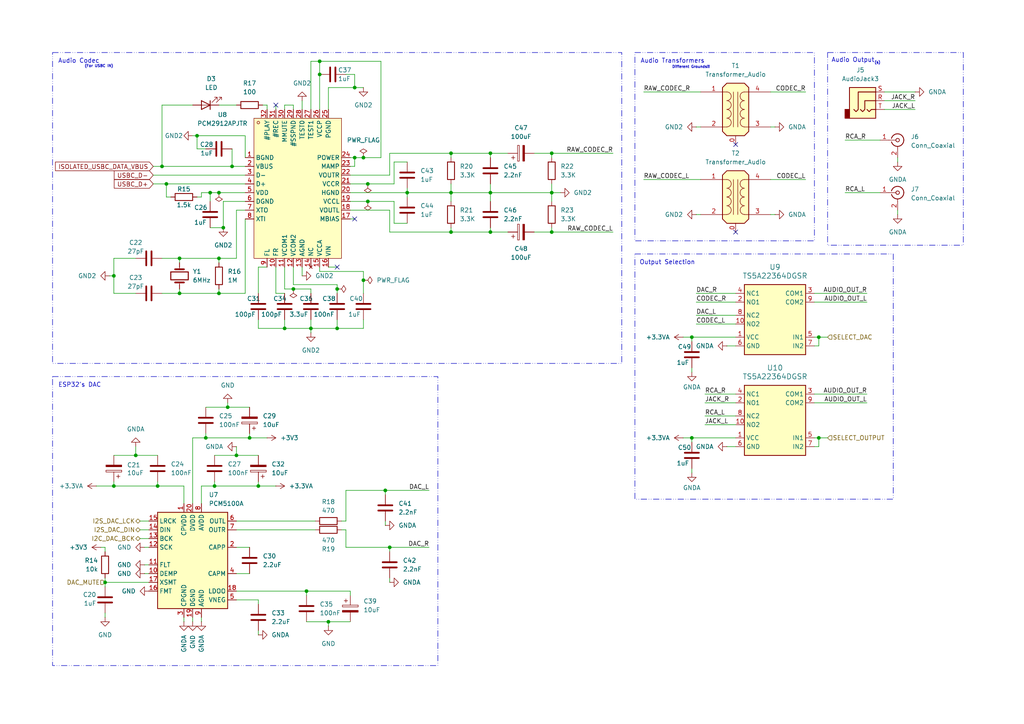
<source format=kicad_sch>
(kicad_sch (version 20250114) (generator "eeschema") (generator_version "9.0")
  (paper "A4")
  (title_block (title "echowawa Audio") (date "2025-07-27") (rev "v1") (company "moonbeeper"))
  (rectangle (start 184.15 73.66) (end 259.08 144.78) (stroke (width 0) (type dash_dot_dot)))
  (rectangle (start 15.24 109.22) (end 127 193.04) (stroke (width 0) (type dash_dot_dot)))
  (rectangle (start 240.03 15.24) (end 279.4 71.12) (stroke (width 0) (type dash_dot_dot)))
  (rectangle (start 184.15 15.24) (end 236.22 69.85) (stroke (width 0) (type dash_dot_dot)))
  (rectangle (start 15.24 15.24) (end 180.34 105.41) (stroke (width 0) (type dash_dot_dot)))
  (text "Output Selection" (at 193.548 76.2 0) (effects (font (size 1.27 1.27))))
  (text "Audio Codec" (at 22.86 17.78 0) (effects (font (size 1.27 1.27))))
  (text "ESP32's DAC" (at 23.114 111.76 0) (effects (font (size 1.27 1.27))))
  (text "Audio Transformers" (at 195.072 17.78 0) (effects (font (size 1.27 1.27))))
  (text "(s)" (at 254.508 18.288 0) (effects (font (size 0.762 0.762))))
  (text "Different Grounds!!" (at 200.406 19.558 0) (effects (font (size 0.762 0.762))))
  (text "(For USBC IN)" (at 28.702 19.304 0) (effects (font (size 0.762 0.762))))
  (text "Audio Output" (at 247.396 17.526 0) (effects (font (size 1.27 1.27))))
  (junction (at 102.87 25.4))
  (junction (at 102.87 45.72))
  (junction (at 62.23 140.97))
  (junction (at 33.02 80.01))
  (junction (at 97.79 95.25))
  (junction (at 142.24 44.45))
  (junction (at 160.02 67.31))
  (junction (at 130.81 55.88))
  (junction (at 72.39 127))
  (junction (at 66.04 118.11))
  (junction (at 30.48 168.91))
  (junction (at 142.24 55.88))
  (junction (at 105.41 81.28))
  (junction (at 105.41 45.72))
  (junction (at 63.5 74.93))
  (junction (at 142.24 67.31))
  (junction (at 52.07 85.09))
  (junction (at 130.81 67.31))
  (junction (at 59.69 127))
  (junction (at 200.66 97.79))
  (junction (at 90.17 95.25))
  (junction (at 92.71 21.59))
  (junction (at 237.49 97.79))
  (junction (at 200.66 127))
  (junction (at 130.81 44.45))
  (junction (at 88.9 171.45))
  (junction (at 82.55 95.25))
  (junction (at 63.5 85.09))
  (junction (at 46.99 48.26))
  (junction (at 97.79 83.82))
  (junction (at 237.49 127))
  (junction (at 74.93 140.97))
  (junction (at 64.77 66.04))
  (junction (at 106.68 58.42))
  (junction (at 85.09 83.82))
  (junction (at 67.31 48.26))
  (junction (at 52.07 74.93))
  (junction (at 92.71 17.78))
  (junction (at 63.5 55.88))
  (junction (at 60.96 55.88))
  (junction (at 160.02 55.88))
  (junction (at 106.68 53.34))
  (junction (at 68.58 132.08))
  (junction (at 95.25 180.34))
  (junction (at 33.02 140.97))
  (junction (at 48.26 53.34))
  (junction (at 111.76 142.24))
  (junction (at 57.15 39.37))
  (junction (at 39.37 132.08))
  (junction (at 160.02 44.45))
  (junction (at 113.03 158.75))
  (junction (at 45.72 140.97))
  (junction (at 118.11 55.88))
  (no_connect (at 102.87 63.5))
  (no_connect (at 80.01 30.48))
  (no_connect (at 213.36 67.31))
  (no_connect (at 97.79 77.47))
  (no_connect (at 213.36 41.91))
  (wire (pts (xy 111.76 152.4) (xy 111.76 151.13)))
  (wire (pts (xy 33.02 132.08) (xy 39.37 132.08)))
  (wire (pts (xy 85.09 31.75) (xy 85.09 30.48)))
  (wire (pts (xy 251.46 85.09) (xy 236.22 85.09)))
  (wire (pts (xy 41.91 158.75) (xy 43.18 158.75)))
  (wire (pts (xy 130.81 67.31) (xy 130.81 66.04)))
  (wire (pts (xy 224.79 62.23) (xy 223.52 62.23)))
  (wire (pts (xy 60.96 66.04) (xy 64.77 66.04)))
  (wire (pts (xy 58.42 140.97) (xy 58.42 146.05)))
  (wire (pts (xy 260.35 46.99) (xy 260.35 45.72)))
  (wire (pts (xy 74.93 85.09) (xy 74.93 77.47)))
  (wire (pts (xy 49.53 57.15) (xy 48.26 57.15)))
  (wire (pts (xy 245.11 55.88) (xy 255.27 55.88)))
  (wire (pts (xy 63.5 85.09) (xy 63.5 83.82)))
  (wire (pts (xy 160.02 44.45) (xy 160.02 45.72)))
  (wire (pts (xy 82.55 85.09) (xy 80.01 85.09)))
  (wire (pts (xy 130.81 55.88) (xy 130.81 58.42)))
  (wire (pts (xy 88.9 171.45) (xy 68.58 171.45)))
  (wire (pts (xy 58.42 57.15) (xy 58.42 55.88)))
  (wire (pts (xy 105.41 95.25) (xy 105.41 92.71)))
  (wire (pts (xy 55.88 30.48) (xy 46.99 30.48)))
  (wire (pts (xy 66.04 116.84) (xy 66.04 118.11)))
  (wire (pts (xy 87.63 29.21) (xy 87.63 31.75)))
  (wire (pts (xy 82.55 83.82) (xy 82.55 77.47)))
  (wire (pts (xy 82.55 83.82) (xy 85.09 83.82)))
  (wire (pts (xy 74.93 139.7) (xy 74.93 140.97)))
  (wire (pts (xy 200.66 99.06) (xy 200.66 97.79)))
  (wire (pts (xy 102.87 63.5) (xy 101.6 63.5)))
  (wire (pts (xy 52.07 74.93) (xy 52.07 76.2)))
  (wire (pts (xy 160.02 67.31) (xy 160.02 66.04)))
  (wire (pts (xy 95.25 180.34) (xy 95.25 181.61)))
  (wire (pts (xy 201.93 62.23) (xy 203.2 62.23)))
  (wire (pts (xy 55.88 127) (xy 59.69 127)))
  (wire (pts (xy 57.15 39.37) (xy 57.15 43.18)))
  (wire (pts (xy 68.58 74.93) (xy 68.58 60.96)))
  (wire (pts (xy 46.99 85.09) (xy 52.07 85.09)))
  (wire (pts (xy 210.82 100.33) (xy 213.36 100.33)))
  (wire (pts (xy 77.47 127) (xy 72.39 127)))
  (wire (pts (xy 114.3 46.99) (xy 118.11 46.99)))
  (wire (pts (xy 106.68 58.42) (xy 114.3 58.42)))
  (wire (pts (xy 118.11 55.88) (xy 118.11 57.15)))
  (wire (pts (xy 100.33 151.13) (xy 100.33 142.24)))
  (wire (pts (xy 80.01 30.48) (xy 80.01 31.75)))
  (wire (pts (xy 201.93 93.98) (xy 213.36 93.98)))
  (wire (pts (xy 105.41 85.09) (xy 105.41 81.28)))
  (wire (pts (xy 101.6 60.96) (xy 113.03 60.96)))
  (wire (pts (xy 198.12 97.79) (xy 200.66 97.79)))
  (wire (pts (xy 45.72 139.7) (xy 45.72 140.97)))
  (wire (pts (xy 99.06 151.13) (xy 100.33 151.13)))
  (wire (pts (xy 33.02 74.93) (xy 33.02 80.01)))
  (wire (pts (xy 46.99 48.26) (xy 67.31 48.26)))
  (wire (pts (xy 200.66 107.95) (xy 200.66 106.68)))
  (wire (pts (xy 101.6 172.72) (xy 101.6 171.45)))
  (wire (pts (xy 90.17 92.71) (xy 90.17 95.25)))
  (wire (pts (xy 237.49 97.79) (xy 236.22 97.79)))
  (wire (pts (xy 44.45 48.26) (xy 46.99 48.26)))
  (wire (pts (xy 251.46 116.84) (xy 236.22 116.84)))
  (wire (pts (xy 101.6 58.42) (xy 106.68 58.42)))
  (wire (pts (xy 52.07 85.09) (xy 63.5 85.09)))
  (wire (pts (xy 160.02 55.88) (xy 160.02 58.42)))
  (wire (pts (xy 105.41 25.4) (xy 102.87 25.4)))
  (wire (pts (xy 236.22 100.33) (xy 237.49 100.33)))
  (wire (pts (xy 100.33 158.75) (xy 113.03 158.75)))
  (wire (pts (xy 80.01 85.09) (xy 80.01 77.47)))
  (wire (pts (xy 57.15 43.18) (xy 59.69 43.18)))
  (wire (pts (xy 39.37 129.54) (xy 39.37 132.08)))
  (wire (pts (xy 30.48 168.91) (xy 43.18 168.91)))
  (wire (pts (xy 113.03 50.8) (xy 101.6 50.8)))
  (wire (pts (xy 204.47 114.3) (xy 213.36 114.3)))
  (wire (pts (xy 130.81 67.31) (xy 142.24 67.31)))
  (wire (pts (xy 201.93 36.83) (xy 203.2 36.83)))
  (wire (pts (xy 113.03 167.64) (xy 113.03 168.91)))
  (wire (pts (xy 110.49 17.78) (xy 110.49 45.72)))
  (wire (pts (xy 97.79 82.55) (xy 97.79 83.82)))
  (wire (pts (xy 62.23 140.97) (xy 74.93 140.97)))
  (wire (pts (xy 63.5 74.93) (xy 68.58 74.93)))
  (wire (pts (xy 46.99 30.48) (xy 46.99 48.26)))
  (wire (pts (xy 48.26 53.34) (xy 71.12 53.34)))
  (wire (pts (xy 113.03 158.75) (xy 124.46 158.75)))
  (wire (pts (xy 102.87 21.59) (xy 102.87 25.4)))
  (wire (pts (xy 60.96 55.88) (xy 63.5 55.88)))
  (wire (pts (xy 52.07 74.93) (xy 63.5 74.93)))
  (wire (pts (xy 102.87 45.72) (xy 101.6 45.72)))
  (wire (pts (xy 233.68 52.07) (xy 223.52 52.07)))
  (wire (pts (xy 245.11 40.64) (xy 255.27 40.64)))
  (wire (pts (xy 90.17 17.78) (xy 92.71 17.78)))
  (wire (pts (xy 201.93 91.44) (xy 213.36 91.44)))
  (wire (pts (xy 97.79 83.82) (xy 97.79 85.09)))
  (wire (pts (xy 97.79 77.47) (xy 95.25 77.47)))
  (wire (pts (xy 118.11 54.61) (xy 118.11 55.88)))
  (wire (pts (xy 74.93 184.15) (xy 74.93 182.88)))
  (wire (pts (xy 204.47 120.65) (xy 213.36 120.65)))
  (wire (pts (xy 57.15 39.37) (xy 55.88 39.37)))
  (wire (pts (xy 41.91 163.83) (xy 43.18 163.83)))
  (wire (pts (xy 62.23 132.08) (xy 68.58 132.08)))
  (wire (pts (xy 67.31 43.18) (xy 67.31 48.26)))
  (wire (pts (xy 72.39 125.73) (xy 72.39 127)))
  (wire (pts (xy 85.09 83.82) (xy 90.17 83.82)))
  (wire (pts (xy 87.63 80.01) (xy 87.63 77.47)))
  (wire (pts (xy 40.64 151.13) (xy 43.18 151.13)))
  (wire (pts (xy 114.3 53.34) (xy 114.3 46.99)))
  (wire (pts (xy 90.17 85.09) (xy 90.17 83.82)))
  (wire (pts (xy 240.03 127) (xy 237.49 127)))
  (wire (pts (xy 88.9 172.72) (xy 88.9 171.45)))
  (wire (pts (xy 198.12 127) (xy 200.66 127)))
  (wire (pts (xy 59.69 118.11) (xy 66.04 118.11)))
  (wire (pts (xy 265.43 31.75) (xy 256.54 31.75)))
  (wire (pts (xy 71.12 85.09) (xy 63.5 85.09)))
  (wire (pts (xy 95.25 180.34) (xy 101.6 180.34)))
  (wire (pts (xy 186.69 52.07) (xy 203.2 52.07)))
  (wire (pts (xy 53.34 140.97) (xy 53.34 146.05)))
  (wire (pts (xy 101.6 53.34) (xy 106.68 53.34)))
  (wire (pts (xy 52.07 85.09) (xy 52.07 83.82)))
  (wire (pts (xy 74.93 92.71) (xy 74.93 95.25)))
  (wire (pts (xy 95.25 25.4) (xy 95.25 31.75)))
  (wire (pts (xy 30.48 167.64) (xy 30.48 168.91)))
  (wire (pts (xy 100.33 142.24) (xy 111.76 142.24)))
  (wire (pts (xy 237.49 129.54) (xy 237.49 127)))
  (wire (pts (xy 113.03 158.75) (xy 113.03 160.02)))
  (wire (pts (xy 41.91 166.37) (xy 43.18 166.37)))
  (wire (pts (xy 130.81 44.45) (xy 142.24 44.45)))
  (wire (pts (xy 74.93 173.99) (xy 74.93 175.26)))
  (wire (pts (xy 85.09 77.47) (xy 85.09 82.55)))
  (wire (pts (xy 105.41 45.72) (xy 102.87 45.72)))
  (wire (pts (xy 101.6 48.26) (xy 102.87 48.26)))
  (wire (pts (xy 142.24 45.72) (xy 142.24 44.45)))
  (wire (pts (xy 142.24 53.34) (xy 142.24 55.88)))
  (wire (pts (xy 90.17 96.52) (xy 90.17 95.25)))
  (wire (pts (xy 30.48 158.75) (xy 30.48 160.02)))
  (wire (pts (xy 130.81 53.34) (xy 130.81 55.88)))
  (wire (pts (xy 74.93 95.25) (xy 82.55 95.25)))
  (wire (pts (xy 204.47 123.19) (xy 213.36 123.19)))
  (wire (pts (xy 142.24 67.31) (xy 147.32 67.31)))
  (wire (pts (xy 33.02 85.09) (xy 39.37 85.09)))
  (wire (pts (xy 63.5 74.93) (xy 63.5 76.2)))
  (wire (pts (xy 154.94 44.45) (xy 160.02 44.45)))
  (wire (pts (xy 71.12 39.37) (xy 71.12 45.72)))
  (wire (pts (xy 186.69 26.67) (xy 203.2 26.67)))
  (wire (pts (xy 200.66 128.27) (xy 200.66 127)))
  (wire (pts (xy 147.32 44.45) (xy 142.24 44.45)))
  (wire (pts (xy 45.72 140.97) (xy 53.34 140.97)))
  (wire (pts (xy 142.24 66.04) (xy 142.24 67.31)))
  (wire (pts (xy 27.94 140.97) (xy 33.02 140.97)))
  (wire (pts (xy 48.26 57.15) (xy 48.26 53.34)))
  (wire (pts (xy 237.49 100.33) (xy 237.49 97.79)))
  (wire (pts (xy 44.45 50.8) (xy 71.12 50.8)))
  (wire (pts (xy 39.37 132.08) (xy 45.72 132.08)))
  (wire (pts (xy 68.58 129.54) (xy 68.58 132.08)))
  (wire (pts (xy 64.77 58.42) (xy 71.12 58.42)))
  (wire (pts (xy 33.02 139.7) (xy 33.02 140.97)))
  (wire (pts (xy 99.06 153.67) (xy 100.33 153.67)))
  (wire (pts (xy 82.55 30.48) (xy 82.55 31.75)))
  (wire (pts (xy 66.04 118.11) (xy 72.39 118.11)))
  (wire (pts (xy 68.58 132.08) (xy 74.93 132.08)))
  (wire (pts (xy 53.34 180.34) (xy 53.34 179.07)))
  (wire (pts (xy 97.79 95.25) (xy 105.41 95.25)))
  (wire (pts (xy 110.49 45.72) (xy 105.41 45.72)))
  (wire (pts (xy 92.71 17.78) (xy 110.49 17.78)))
  (wire (pts (xy 68.58 158.75) (xy 72.39 158.75)))
  (wire (pts (xy 68.58 166.37) (xy 72.39 166.37)))
  (wire (pts (xy 237.49 127) (xy 236.22 127)))
  (wire (pts (xy 57.15 39.37) (xy 71.12 39.37)))
  (wire (pts (xy 55.88 127) (xy 55.88 146.05)))
  (wire (pts (xy 68.58 173.99) (xy 74.93 173.99)))
  (wire (pts (xy 64.77 66.04) (xy 64.77 58.42)))
  (wire (pts (xy 90.17 17.78) (xy 90.17 31.75)))
  (wire (pts (xy 142.24 55.88) (xy 142.24 58.42)))
  (wire (pts (xy 60.96 55.88) (xy 60.96 58.42)))
  (wire (pts (xy 67.31 48.26) (xy 71.12 48.26)))
  (wire (pts (xy 111.76 142.24) (xy 124.46 142.24)))
  (wire (pts (xy 160.02 44.45) (xy 177.8 44.45)))
  (wire (pts (xy 39.37 74.93) (xy 33.02 74.93)))
  (wire (pts (xy 130.81 44.45) (xy 113.03 44.45)))
  (wire (pts (xy 114.3 64.77) (xy 118.11 64.77)))
  (wire (pts (xy 236.22 129.54) (xy 237.49 129.54)))
  (wire (pts (xy 102.87 48.26) (xy 102.87 45.72)))
  (wire (pts (xy 114.3 58.42) (xy 114.3 64.77)))
  (wire (pts (xy 210.82 129.54) (xy 213.36 129.54)))
  (wire (pts (xy 40.64 153.67) (xy 43.18 153.67)))
  (wire (pts (xy 62.23 139.7) (xy 62.23 140.97)))
  (wire (pts (xy 68.58 153.67) (xy 91.44 153.67)))
  (wire (pts (xy 160.02 67.31) (xy 177.8 67.31)))
  (wire (pts (xy 40.64 156.21) (xy 43.18 156.21)))
  (wire (pts (xy 101.6 55.88) (xy 118.11 55.88)))
  (wire (pts (xy 92.71 21.59) (xy 92.71 31.75)))
  (wire (pts (xy 44.45 53.34) (xy 48.26 53.34)))
  (wire (pts (xy 92.71 17.78) (xy 92.71 21.59)))
  (wire (pts (xy 201.93 85.09) (xy 213.36 85.09)))
  (wire (pts (xy 142.24 55.88) (xy 160.02 55.88)))
  (wire (pts (xy 95.25 25.4) (xy 102.87 25.4)))
  (wire (pts (xy 200.66 127) (xy 213.36 127)))
  (wire (pts (xy 85.09 30.48) (xy 82.55 30.48)))
  (wire (pts (xy 111.76 142.24) (xy 111.76 143.51)))
  (wire (pts (xy 113.03 44.45) (xy 113.03 50.8)))
  (wire (pts (xy 97.79 92.71) (xy 97.79 95.25)))
  (wire (pts (xy 58.42 180.34) (xy 58.42 179.07)))
  (wire (pts (xy 82.55 95.25) (xy 90.17 95.25)))
  (wire (pts (xy 92.71 78.74) (xy 92.71 77.47)))
  (wire (pts (xy 58.42 140.97) (xy 62.23 140.97)))
  (wire (pts (xy 130.81 44.45) (xy 130.81 45.72)))
  (wire (pts (xy 260.35 62.23) (xy 260.35 60.96)))
  (wire (pts (xy 113.03 67.31) (xy 130.81 67.31)))
  (wire (pts (xy 118.11 55.88) (xy 130.81 55.88)))
  (wire (pts (xy 200.66 137.16) (xy 200.66 135.89)))
  (wire (pts (xy 33.02 140.97) (xy 45.72 140.97)))
  (wire (pts (xy 31.75 80.01) (xy 33.02 80.01)))
  (wire (pts (xy 251.46 114.3) (xy 236.22 114.3)))
  (wire (pts (xy 204.47 116.84) (xy 213.36 116.84)))
  (wire (pts (xy 59.69 127) (xy 72.39 127)))
  (wire (pts (xy 68.58 151.13) (xy 91.44 151.13)))
  (wire (pts (xy 130.81 55.88) (xy 142.24 55.88)))
  (wire (pts (xy 55.88 180.34) (xy 55.88 179.07)))
  (wire (pts (xy 58.42 55.88) (xy 60.96 55.88)))
  (wire (pts (xy 77.47 30.48) (xy 77.47 31.75)))
  (wire (pts (xy 162.56 55.88) (xy 160.02 55.88)))
  (wire (pts (xy 88.9 180.34) (xy 95.25 180.34)))
  (wire (pts (xy 74.93 77.47) (xy 77.47 77.47)))
  (wire (pts (xy 33.02 80.01) (xy 33.02 85.09)))
  (wire (pts (xy 63.5 55.88) (xy 71.12 55.88)))
  (wire (pts (xy 240.03 97.79) (xy 237.49 97.79)))
  (wire (pts (xy 100.33 153.67) (xy 100.33 158.75)))
  (wire (pts (xy 102.87 21.59) (xy 100.33 21.59)))
  (wire (pts (xy 154.94 67.31) (xy 160.02 67.31)))
  (wire (pts (xy 113.03 60.96) (xy 113.03 67.31)))
  (wire (pts (xy 200.66 97.79) (xy 213.36 97.79)))
  (wire (pts (xy 201.93 87.63) (xy 213.36 87.63)))
  (wire (pts (xy 63.5 30.48) (xy 68.58 30.48)))
  (wire (pts (xy 80.01 140.97) (xy 74.93 140.97)))
  (wire (pts (xy 29.21 158.75) (xy 30.48 158.75)))
  (wire (pts (xy 71.12 63.5) (xy 71.12 85.09)))
  (wire (pts (xy 224.79 36.83) (xy 223.52 36.83)))
  (wire (pts (xy 105.41 78.74) (xy 92.71 78.74)))
  (wire (pts (xy 68.58 60.96) (xy 71.12 60.96)))
  (wire (pts (xy 85.09 82.55) (xy 97.79 82.55)))
  (wire (pts (xy 59.69 125.73) (xy 59.69 127)))
  (wire (pts (xy 46.99 74.93) (xy 52.07 74.93)))
  (wire (pts (xy 76.2 30.48) (xy 77.47 30.48)))
  (wire (pts (xy 57.15 57.15) (xy 58.42 57.15)))
  (wire (pts (xy 105.41 81.28) (xy 105.41 78.74)))
  (wire (pts (xy 251.46 87.63) (xy 236.22 87.63)))
  (wire (pts (xy 90.17 95.25) (xy 97.79 95.25)))
  (wire (pts (xy 82.55 92.71) (xy 82.55 95.25)))
  (wire (pts (xy 160.02 53.34) (xy 160.02 55.88)))
  (wire (pts (xy 233.68 26.67) (xy 223.52 26.67)))
  (wire (pts (xy 30.48 179.07) (xy 30.48 177.8)))
  (wire (pts (xy 265.43 26.67) (xy 256.54 26.67)))
  (wire (pts (xy 265.43 29.21) (xy 256.54 29.21)))
  (wire (pts (xy 30.48 170.18) (xy 30.48 168.91)))
  (wire (pts (xy 106.68 53.34) (xy 114.3 53.34)))
  (wire (pts (xy 88.9 171.45) (xy 101.6 171.45)))
  (label "CODEC_L" (at 201.93 93.98 0))
  (label "DAC_L" (at 124.46 142.24 180))
  (label "JACK_R" (at 204.47 116.84 0))
  (label "RAW_CODEC_L" (at 177.8 67.31 180))
  (label "CODEC_R" (at 233.68 26.67 180))
  (label "RCA_R" (at 245.11 40.64 0))
  (label "AUDIO_OUT_L" (at 251.46 116.84 180))
  (label "RAW_CODEC_R" (at 177.8 44.45 180))
  (label "CODEC_L" (at 233.68 52.07 180))
  (label "JACK_L" (at 204.47 123.19 0))
  (label "RCA_L" (at 245.11 55.88 0))
  (label "AUDIO_OUT_R" (at 251.46 114.3 180))
  (label "JACK_R" (at 265.43 29.21 180))
  (label "DAC_L" (at 201.93 91.44 0))
  (label "DAC_R" (at 201.93 85.09 0))
  (label "AUDIO_OUT_R" (at 251.46 85.09 180))
  (label "DAC_R" (at 124.46 158.75 180))
  (label "RCA_L" (at 204.47 120.65 0))
  (label "RCA_R" (at 204.47 114.3 0))
  (label "RAW_CODEC_L" (at 186.69 52.07 0))
  (label "RAW_CODEC_R" (at 186.69 26.67 0))
  (label "CODEC_R" (at 201.93 87.63 0))
  (label "AUDIO_OUT_L" (at 251.46 87.63 180))
  (label "JACK_L" (at 265.43 31.75 180))
  (global_label "USBC_D-" (shape input) (at 44.45 50.8 180) (property "Intersheetrefs" "${INTERSHEET_REFS}" (effects (hide yes))))
  (global_label "USBC_D+" (shape input) (at 44.45 53.34 180) (property "Intersheetrefs" "${INTERSHEET_REFS}" (effects (hide yes))))
  (global_label "ISOLATED_USBC_DATA_VBUS" (shape input) (at 44.45 48.26 180) (property "Intersheetrefs" "${INTERSHEET_REFS}" (effects (hide yes))))
  (hierarchical_label "I2S_DAC_DIN" (shape bidirectional) (at 40.64 153.67 180))
  (hierarchical_label "SELECT_DAC" (shape input) (at 240.03 97.79 0))
  (hierarchical_label "SELECT_OUTPUT" (shape input) (at 240.03 127 0))
  (hierarchical_label "I2S_DAC_LCK" (shape bidirectional) (at 40.64 151.13 180))
  (hierarchical_label "DAC_MUTE" (shape input) (at 30.48 168.91 180))
  (hierarchical_label "I2C_DAC_BCK" (shape bidirectional) (at 40.64 156.21 180))
  (symbol (lib_id "Device:R") (at 130.81 49.53 0) (unit 1)
    (property "Reference" "R20" (at 133.35 48.2599 0) (effects (justify left)))
    (property "Value" "3.3K" (at 133.35 50.7999 0) (effects (justify left)))
    (property "Footprint" "Resistor_SMD:R_0603_1608Metric_Pad0.98x0.95mm_HandSolder" (effects (hide yes)))
    (property "Description" "Resistor" (effects (hide yes)))
    (property "LCSC" "C108078" (effects (hide yes)))
  )
  (symbol (lib_id "power:GND2") (at 105.41 25.4 0) (unit 1)
    (property "Reference" "#PWR080" (effects (hide yes)))
    (property "Value" "GND2" (at 105.41 30.48 0))
    (property "Description" "Power symbol creates a global label with name \"GND2\" , ground" (effects (hide yes)))
  )
  (symbol (lib_id "Device:LED") (at 59.69 30.48 180) (unit 1)
    (property "Reference" "D3" (at 61.2775 22.86 0))
    (property "Value" "LED" (at 61.2775 25.4 0))
    (property "Footprint" "LED_SMD:LED_0603_1608Metric_Pad1.05x0.95mm_HandSolder" (effects (hide yes)))
    (property "Description" "Light emitting diode" (effects (hide yes)))
    (property "Sim.Pins" "1=K 2=A" (effects (hide yes)))
    (property "LCSC" "C965804" (effects (hide yes)))
  )
  (symbol (lib_id "Device:R") (at 72.39 30.48 90) (unit 1)
    (property "Reference" "R17" (at 72.39 24.13 90))
    (property "Value" "100" (at 72.39 26.67 90))
    (property "Footprint" "Resistor_SMD:R_0603_1608Metric_Pad0.98x0.95mm_HandSolder" (effects (hide yes)))
    (property "Description" "Resistor" (effects (hide yes)))
    (property "LCSC" "C105588" (effects (hide yes)))
  )
  (symbol (lib_id "power:+3.3VA") (at 27.94 140.97 90) (unit 1)
    (property "Reference" "#PWR057" (effects (hide yes)))
    (property "Value" "+3.3VA" (at 24.13 140.9701 90) (effects (justify left)))
    (property "Description" "Power symbol creates a global label with name \"+3.3VA\"" (effects (hide yes)))
  )
  (symbol (lib_id "kicad_why:TS5A22364DGSR") (at 224.79 102.87 0) (unit 1)
    (property "Reference" "U9" (at 224.79 77.47 0) (effects (font (size 1.524 1.524))))
    (property "Value" "TS5A22364DGSR" (at 224.79 80.01 0) (effects (font (size 1.524 1.524))))
    (property "Footprint" "Package_SO:VSSOP-10_3x3mm_P0.5mm" (effects (hide yes)))
    (property "Datasheet" "https://www.ti.com/lit/ds/symlink/ts5a22364.pdf" (effects (hide yes)))
    (property "Description" "0.65-Ω Dual SPDT Analog Switches With Negative Signaling Capability, VSSOP (10)" (effects (hide yes)))
    (property "LCSC" "C105181" (effects (hide yes)))
  )
  (symbol (lib_id "Connector:Conn_Coaxial") (at 260.35 55.88 0) (unit 1)
    (property "Reference" "J7" (at 264.16 54.9031 0) (effects (justify left)))
    (property "Value" "Conn_Coaxial" (at 264.16 57.4431 0) (effects (justify left)))
    (property "Footprint" "kicad_why:CONN-TH_AV-5" (effects (hide yes)))
    (property "Description" "coaxial connector (BNC, SMA, SMB, SMC, Cinch/RCA, LEMO, ...)" (effects (hide yes)))
    (property "LCSC" "C18080" (effects (hide yes)))
  )
  (symbol (lib_id "power:GNDA") (at 113.03 168.91 90) (unit 1)
    (property "Reference" "#PWR082" (effects (hide yes)))
    (property "Value" "GNDA" (at 116.84 168.9099 90) (effects (justify right)))
    (property "Description" "Power symbol creates a global label with name \"GNDA\" , analog ground" (effects (hide yes)))
  )
  (symbol (lib_id "Device:C") (at 45.72 135.89 0) (unit 1)
    (property "Reference" "C24" (at 49.53 134.6199 0) (effects (justify left)))
    (property "Value" "100nF" (at 49.53 137.1599 0) (effects (justify left)))
    (property "Footprint" "Capacitor_SMD:C_0603_1608Metric_Pad1.08x0.95mm_HandSolder" (effects (hide yes)))
    (property "Description" "Unpolarized capacitor" (effects (hide yes)))
    (property "LCSC" "C14663" (effects (hide yes)))
  )
  (symbol (lib_id "Device:C_Polarized") (at 101.6 176.53 0) (unit 1)
    (property "Reference" "C39" (at 105.41 174.3709 0) (effects (justify left)))
    (property "Value" "10uF" (at 105.41 176.9109 0) (effects (justify left)))
    (property "Footprint" "Capacitor_SMD:CP_Elec_4x5.4" (effects (hide yes)))
    (property "Description" "Polarized capacitor" (effects (hide yes)))
    (property "LCSC" "C22387953" (effects (hide yes)))
  )
  (symbol (lib_id "Device:C") (at 118.11 50.8 180) (unit 1)
    (property "Reference" "C43" (at 121.92 49.5299 0) (effects (justify right)))
    (property "Value" "1uF" (at 121.92 52.0699 0) (effects (justify right)))
    (property "Footprint" "Capacitor_SMD:C_0603_1608Metric_Pad1.08x0.95mm_HandSolder" (effects (hide yes)))
    (property "Description" "Unpolarized capacitor" (effects (hide yes)))
    (property "LCSC" "C29936" (effects (hide yes)))
  )
  (symbol (lib_id "power:GND") (at 66.04 116.84 180) (unit 1)
    (property "Reference" "#PWR071" (effects (hide yes)))
    (property "Value" "GND" (at 66.04 111.76 0))
    (property "Description" "Power symbol creates a global label with name \"GND\" , ground" (effects (hide yes)))
  )
  (symbol (lib_id "power:PWR_FLAG") (at 63.5 55.88 180) (unit 1)
    (property "Reference" "#FLG010" (effects (hide yes)))
    (property "Value" "PWR_FLAG" (effects (hide yes)))
    (property "Description" "Special symbol for telling ERC where power comes from" (effects (hide yes)))
  )
  (symbol (lib_id "power:GNDA") (at 74.93 184.15 90) (unit 1)
    (property "Reference" "#PWR073" (effects (hide yes)))
    (property "Value" "GNDA" (at 78.74 184.1499 90) (effects (justify right)))
    (property "Description" "Power symbol creates a global label with name \"GNDA\" , analog ground" (effects (hide yes)))
  )
  (symbol (lib_id "Device:R") (at 160.02 62.23 0) (unit 1)
    (property "Reference" "R23" (at 162.56 60.9599 0) (effects (justify left)))
    (property "Value" "3.3K" (at 162.56 63.4999 0) (effects (justify left)))
    (property "Footprint" "Resistor_SMD:R_0603_1608Metric_Pad0.98x0.95mm_HandSolder" (effects (hide yes)))
    (property "Description" "Resistor" (effects (hide yes)))
    (property "LCSC" "C108078" (effects (hide yes)))
  )
  (symbol (lib_id "power:GNDA") (at 200.66 137.16 0) (unit 1)
    (property "Reference" "#PWR087" (effects (hide yes)))
    (property "Value" "GNDA" (at 200.66 141.478 0))
    (property "Description" "Power symbol creates a global label with name \"GNDA\" , analog ground" (effects (hide yes)))
  )
  (symbol (lib_id "power:+3.3VA") (at 80.01 140.97 270) (unit 1)
    (property "Reference" "#PWR075" (effects (hide yes)))
    (property "Value" "+3.3VA" (at 83.82 140.9699 90) (effects (justify left)))
    (property "Description" "Power symbol creates a global label with name \"+3.3VA\"" (effects (hide yes)))
  )
  (symbol (lib_id "Device:C") (at 118.11 60.96 0) (unit 1)
    (property "Reference" "C44" (at 121.92 59.6899 0) (effects (justify left)))
    (property "Value" "1uF" (at 121.92 62.2299 0) (effects (justify left)))
    (property "Footprint" "Capacitor_SMD:C_0603_1608Metric_Pad1.08x0.95mm_HandSolder" (effects (hide yes)))
    (property "Description" "Unpolarized capacitor" (effects (hide yes)))
    (property "LCSC" "C29936" (effects (hide yes)))
  )
  (symbol (lib_id "Device:C") (at 96.52 21.59 90) (unit 1)
    (property "Reference" "C37" (at 98.044 20.32 90) (effects (justify right)))
    (property "Value" "1uF" (at 98.044 22.86 90) (effects (justify right)))
    (property "Footprint" "Capacitor_SMD:C_0603_1608Metric_Pad1.08x0.95mm_HandSolder" (effects (hide yes)))
    (property "Description" "Unpolarized capacitor" (effects (hide yes)))
    (property "LCSC" "C29936" (effects (hide yes)))
  )
  (symbol (lib_id "power:PWR_FLAG") (at 106.68 53.34 180) (unit 1)
    (property "Reference" "#FLG015" (effects (hide yes)))
    (property "Value" "PWR_FLAG" (effects (hide yes)))
    (property "Description" "Special symbol for telling ERC where power comes from" (effects (hide yes)))
  )
  (symbol (lib_id "Audio:PCM5100A") (at 55.88 161.29 0) (unit 1)
    (property "Reference" "U7" (at 60.5633 143.51 0) (effects (justify left)))
    (property "Value" "PCM5100A" (at 60.5633 146.05 0) (effects (justify left)))
    (property "Footprint" "Package_SO:TSSOP-20_4.4x6.5mm_P0.65mm" (effects (hide yes)))
    (property "Datasheet" "https://www.ti.com/lit/ds/symlink/pcm5100a.pdf" (effects (hide yes)))
    (property "Description" "2.1 VRMS, 100dB Audio Stereo DAC with PLL and 32-bit, 384kHz PCM Interface, TSSOP-20" (effects (hide yes)))
    (property "LCSC" "C131154" (effects (hide yes)))
  )
  (symbol (lib_id "power:GND2") (at 64.77 66.04 0) (unit 1)
    (property "Reference" "#PWR070" (effects (hide yes)))
    (property "Value" "GND2" (at 64.77 71.12 0))
    (property "Description" "Power symbol creates a global label with name \"GND2\" , ground" (effects (hide yes)))
  )
  (symbol (lib_id "power:GNDA") (at 224.79 62.23 90) (unit 1)
    (property "Reference" "#PWR093" (effects (hide yes)))
    (property "Value" "GNDA" (at 228.6 62.2299 90) (effects (justify right)))
    (property "Description" "Power symbol creates a global label with name \"GNDA\" , analog ground" (effects (hide yes)))
  )
  (symbol (lib_id "power:PWR_FLAG") (at 105.41 45.72 0) (unit 1)
    (property "Reference" "#FLG013" (effects (hide yes)))
    (property "Value" "PWR_FLAG" (at 105.41 40.64 0))
    (property "Description" "Special symbol for telling ERC where power comes from" (effects (hide yes)))
  )
  (symbol (lib_id "Device:C") (at 142.24 49.53 0) (unit 1)
    (property "Reference" "C45" (at 146.05 48.2599 0) (effects (justify left)))
    (property "Value" "2.2nF" (at 146.05 50.7999 0) (effects (justify left)))
    (property "Footprint" "Capacitor_SMD:C_0603_1608Metric_Pad1.08x0.95mm_HandSolder" (effects (hide yes)))
    (property "Description" "Unpolarized capacitor" (effects (hide yes)))
    (property "LCSC" "C107082" (effects (hide yes)))
  )
  (symbol (lib_id "power:GNDA") (at 210.82 129.54 270) (unit 1)
    (property "Reference" "#PWR091" (effects (hide yes)))
    (property "Value" "GNDA" (at 207.01 129.5399 90) (effects (justify right)))
    (property "Description" "Power symbol creates a global label with name \"GNDA\" , analog ground" (effects (hide yes)))
  )
  (symbol (lib_id "power:GND2") (at 162.56 55.88 90) (unit 1)
    (property "Reference" "#PWR083" (effects (hide yes)))
    (property "Value" "GND2" (at 166.37 55.8799 90) (effects (justify right)))
    (property "Description" "Power symbol creates a global label with name \"GND2\" , ground" (effects (hide yes)))
  )
  (symbol (lib_id "power:GND2") (at 87.63 29.21 180) (unit 1)
    (property "Reference" "#PWR076" (effects (hide yes)))
    (property "Value" "GND2" (at 87.63 24.13 0))
    (property "Description" "Power symbol creates a global label with name \"GND2\" , ground" (effects (hide yes)))
  )
  (symbol (lib_id "power:GND") (at 55.88 180.34 0) (unit 1)
    (property "Reference" "#PWR068" (effects (hide yes)))
    (property "Value" "GND" (at 55.8799 184.15 90) (effects (justify right)))
    (property "Description" "Power symbol creates a global label with name \"GND\" , ground" (effects (hide yes)))
  )
  (symbol (lib_id "power:PWR_FLAG") (at 106.68 58.42 180) (unit 1)
    (property "Reference" "#FLG016" (effects (hide yes)))
    (property "Value" "PWR_FLAG" (effects (hide yes)))
    (property "Description" "Special symbol for telling ERC where power comes from" (effects (hide yes)))
  )
  (symbol (lib_id "Device:C_Polarized") (at 72.39 121.92 180) (unit 1)
    (property "Reference" "C29" (at 76.2 120.65 0) (effects (justify right)))
    (property "Value" "10uF" (at 76.2 123.19 0) (effects (justify right)))
    (property "Footprint" "Capacitor_SMD:CP_Elec_4x5.4" (effects (hide yes)))
    (property "Description" "Polarized capacitor" (effects (hide yes)))
    (property "LCSC" "C22387953" (effects (hide yes)))
  )
  (symbol (lib_id "power:+3.3VA") (at 198.12 127 90) (unit 1)
    (property "Reference" "#PWR085" (effects (hide yes)))
    (property "Value" "+3.3VA" (at 194.31 126.9999 90) (effects (justify left)))
    (property "Description" "Power symbol creates a global label with name \"+3.3VA\"" (effects (hide yes)))
  )
  (symbol (lib_id "Device:R") (at 95.25 151.13 90) (unit 1)
    (property "Reference" "R18" (at 95.25 145.542 90))
    (property "Value" "470" (at 95.25 148.082 90))
    (property "Footprint" "Resistor_SMD:R_0603_1608Metric_Pad0.98x0.95mm_HandSolder" (effects (hide yes)))
    (property "Description" "Resistor" (effects (hide yes)))
    (property "LCSC" "C114669" (effects (hide yes)))
  )
  (symbol (lib_id "Device:C_Polarized") (at 151.13 67.31 90) (unit 1)
    (property "Reference" "C48" (at 151.13 72.136 90))
    (property "Value" "100uF" (at 151.13 74.676 90))
    (property "Footprint" "Capacitor_SMD:CP_Elec_6.3x7.7" (effects (hide yes)))
    (property "Description" "Polarized capacitor" (effects (hide yes)))
    (property "LCSC" "C99837" (effects (hide yes)))
  )
  (symbol (lib_id "Device:C") (at 200.66 102.87 180) (unit 1)
    (property "Reference" "C49" (at 196.596 100.584 0) (effects (justify right)))
    (property "Value" "1uF" (at 199.898 105.156 0) (effects (justify left)))
    (property "Footprint" "Capacitor_SMD:C_0603_1608Metric_Pad1.08x0.95mm_HandSolder" (effects (hide yes)))
    (property "Description" "Unpolarized capacitor" (effects (hide yes)))
    (property "LCSC" "C29936" (effects (hide yes)))
  )
  (symbol (lib_id "power:GNDA") (at 53.34 180.34 0) (unit 1)
    (property "Reference" "#PWR066" (effects (hide yes)))
    (property "Value" "GNDA" (at 53.34 186.69 90))
    (property "Description" "Power symbol creates a global label with name \"GNDA\" , analog ground" (effects (hide yes)))
  )
  (symbol (lib_id "Device:C") (at 97.79 88.9 180) (unit 1)
    (property "Reference" "C38" (at 93.472 86.614 0) (effects (justify right)))
    (property "Value" "100nF" (at 97.028 91.186 0) (effects (justify left)))
    (property "Footprint" "Capacitor_SMD:C_0603_1608Metric_Pad1.08x0.95mm_HandSolder" (effects (hide yes)))
    (property "Description" "Unpolarized capacitor" (effects (hide yes)))
    (property "LCSC" "C14663" (effects (hide yes)))
  )
  (symbol (lib_id "power:GNDA") (at 260.35 46.99 0) (unit 1)
    (property "Reference" "#PWR094" (effects (hide yes)))
    (property "Value" "GNDA" (at 260.35 52.07 0))
    (property "Description" "Power symbol creates a global label with name \"GNDA\" , analog ground" (effects (hide yes)))
  )
  (symbol (lib_id "power:PWR_FLAG") (at 85.09 83.82 180) (unit 1)
    (property "Reference" "#FLG011" (effects (hide yes)))
    (property "Value" "PWR_FLAG" (effects (hide yes)))
    (property "Description" "Special symbol for telling ERC where power comes from" (effects (hide yes)))
  )
  (symbol (lib_id "power:GND") (at 41.91 163.83 270) (unit 1)
    (property "Reference" "#PWR063" (effects (hide yes)))
    (property "Value" "GND" (at 38.1 163.8299 90) (effects (justify right)))
    (property "Description" "Power symbol creates a global label with name \"GND\" , ground" (effects (hide yes)))
  )
  (symbol (lib_id "Device:C") (at 111.76 147.32 0) (unit 1)
    (property "Reference" "C41" (at 115.57 146.0499 0) (effects (justify left)))
    (property "Value" "2.2nF" (at 115.57 148.5899 0) (effects (justify left)))
    (property "Footprint" "Capacitor_SMD:C_0603_1608Metric_Pad1.08x0.95mm_HandSolder" (effects (hide yes)))
    (property "Description" "Unpolarized capacitor" (effects (hide yes)))
    (property "LCSC" "C107082" (effects (hide yes)))
  )
  (symbol (lib_id "Device:R") (at 95.25 153.67 270) (unit 1)
    (property "Reference" "R19" (at 95.25 159.258 90))
    (property "Value" "470" (at 95.25 156.718 90))
    (property "Footprint" "Resistor_SMD:R_0603_1608Metric_Pad0.98x0.95mm_HandSolder" (effects (hide yes)))
    (property "Description" "Resistor" (effects (hide yes)))
    (property "LCSC" "C114669" (effects (hide yes)))
  )
  (symbol (lib_id "Device:R") (at 30.48 163.83 0) (unit 1)
    (property "Reference" "R14" (at 28.448 162.56 0) (effects (justify right)))
    (property "Value" "10k" (at 28.448 165.1 0) (effects (justify right)))
    (property "Footprint" "Resistor_SMD:R_0603_1608Metric_Pad0.98x0.95mm_HandSolder" (effects (hide yes)))
    (property "Description" "Resistor" (effects (hide yes)))
    (property "LCSC" "C98220" (effects (hide yes)))
  )
  (symbol (lib_id "power:GND2") (at 201.93 62.23 270) (unit 1)
    (property "Reference" "#PWR089" (effects (hide yes)))
    (property "Value" "GND2" (at 198.12 62.2299 90) (effects (justify right)))
    (property "Description" "Power symbol creates a global label with name \"GND2\" , ground" (effects (hide yes)))
  )
  (symbol (lib_id "power:GND2") (at 90.17 96.52 0) (unit 1)
    (property "Reference" "#PWR078" (effects (hide yes)))
    (property "Value" "GND2" (at 90.17 101.6 0))
    (property "Description" "Power symbol creates a global label with name \"GND2\" , ground" (effects (hide yes)))
  )
  (symbol (lib_id "Device:C") (at 43.18 74.93 90) (unit 1)
    (property "Reference" "C22" (at 39.37 70.358 90))
    (property "Value" "27pF" (at 39.37 72.898 90))
    (property "Footprint" "Capacitor_SMD:C_0603_1608Metric_Pad1.08x0.95mm_HandSolder" (effects (hide yes)))
    (property "Description" "Unpolarized capacitor" (effects (hide yes)))
    (property "LCSC" "C376778" (effects (hide yes)))
  )
  (symbol (lib_id "Device:C") (at 30.48 173.99 0) (unit 1)
    (property "Reference" "C20" (at 27.94 172.466 0) (effects (justify right)))
    (property "Value" "1uF" (at 27.94 175.006 0) (effects (justify right)))
    (property "Footprint" "Capacitor_SMD:C_0603_1608Metric_Pad1.08x0.95mm_HandSolder" (effects (hide yes)))
    (property "Description" "Unpolarized capacitor" (effects (hide yes)))
    (property "LCSC" "C29936" (effects (hide yes)))
  )
  (symbol (lib_id "power:+3.3VA") (at 198.12 97.79 90) (unit 1)
    (property "Reference" "#PWR084" (effects (hide yes)))
    (property "Value" "+3.3VA" (at 194.31 97.7899 90) (effects (justify left)))
    (property "Description" "Power symbol creates a global label with name \"+3.3VA\"" (effects (hide yes)))
  )
  (symbol (lib_id "power:GND") (at 41.91 158.75 270) (unit 1)
    (property "Reference" "#PWR062" (effects (hide yes)))
    (property "Value" "GND" (at 38.1 158.7499 90) (effects (justify right)))
    (property "Description" "Power symbol creates a global label with name \"GND\" , ground" (effects (hide yes)))
  )
  (symbol (lib_id "Device:Transformer_Audio") (at 213.36 57.15 0) (unit 1)
    (property "Reference" "T2" (at 213.36 44.45 0))
    (property "Value" "Transformer_Audio" (at 213.36 46.99 0))
    (property "Footprint" "kicad_why:XFMR-SMD_4P-L7.1-W5.2-P2.54-LS9.2-BL" (effects (hide yes)))
    (property "Description" "Audio transformer" (effects (hide yes)))
    (property "LCSC" "C596483" (effects (hide yes)))
  )
  (symbol (lib_id "Device:C") (at 105.41 88.9 180) (unit 1)
    (property "Reference" "C40" (at 101.346 86.614 0) (effects (justify right)))
    (property "Value" "1uF" (at 104.648 91.186 0) (effects (justify left)))
    (property "Footprint" "Capacitor_SMD:C_0603_1608Metric_Pad1.08x0.95mm_HandSolder" (effects (hide yes)))
    (property "Description" "Unpolarized capacitor" (effects (hide yes)))
    (property "LCSC" "C29936" (effects (hide yes)))
  )
  (symbol (lib_id "power:GND") (at 30.48 179.07 0) (unit 1)
    (property "Reference" "#PWR059" (effects (hide yes)))
    (property "Value" "GND" (at 30.48 184.15 0))
    (property "Description" "Power symbol creates a global label with name \"GND\" , ground" (effects (hide yes)))
  )
  (symbol (lib_id "power:GNDA") (at 111.76 152.4 90) (unit 1)
    (property "Reference" "#PWR081" (effects (hide yes)))
    (property "Value" "GNDA" (at 115.57 152.3999 90) (effects (justify right)))
    (property "Description" "Power symbol creates a global label with name \"GNDA\" , analog ground" (effects (hide yes)))
  )
  (symbol (lib_id "Device:C") (at 60.96 62.23 180) (unit 1)
    (property "Reference" "C26" (at 60.198 60.198 0) (effects (justify left)))
    (property "Value" "1uF" (at 59.944 64.516 0) (effects (justify left)))
    (property "Footprint" "Capacitor_SMD:C_0603_1608Metric_Pad1.08x0.95mm_HandSolder" (effects (hide yes)))
    (property "Description" "Unpolarized capacitor" (effects (hide yes)))
    (property "LCSC" "C29936" (effects (hide yes)))
  )
  (symbol (lib_id "kicad_why:PCM2912APJTR") (at 86.36 54.61 0) (unit 1)
    (property "Reference" "U8" (at 64.516 33.274 0))
    (property "Value" "PCM2912APJTR" (at 64.516 35.814 0))
    (property "Footprint" "Package_QFP:TQFP-32_7x7mm_P0.8mm" (effects (hide yes)))
    (property "Datasheet" "https://www.ti.com/lit/ds/symlink/pcm2912a.pdf" (effects (hide yes)))
    (property "Description" "Audio Codec With USB Interface, Mono Microphone Input and Stereo Headphone Output" (effects (hide yes)))
    (property "LCSC" "C475497" (effects (hide yes)))
  )
  (symbol (lib_id "power:GNDA") (at 260.35 62.23 0) (unit 1)
    (property "Reference" "#PWR095" (effects (hide yes)))
    (property "Value" "GNDA" (at 260.35 67.31 0))
    (property "Description" "Power symbol creates a global label with name \"GNDA\" , analog ground" (effects (hide yes)))
  )
  (symbol (lib_id "power:GND") (at 43.18 171.45 270) (unit 1)
    (property "Reference" "#PWR065" (effects (hide yes)))
    (property "Value" "GND" (at 39.37 171.4499 90) (effects (justify right)))
    (property "Description" "Power symbol creates a global label with name \"GND\" , ground" (effects (hide yes)))
  )
  (symbol (lib_id "power:GNDA") (at 58.42 180.34 0) (unit 1)
    (property "Reference" "#PWR069" (effects (hide yes)))
    (property "Value" "GNDA" (at 58.42 186.69 90))
    (property "Description" "Power symbol creates a global label with name \"GNDA\" , analog ground" (effects (hide yes)))
  )
  (symbol (lib_id "power:GND") (at 41.91 166.37 270) (unit 1)
    (property "Reference" "#PWR064" (effects (hide yes)))
    (property "Value" "GND" (at 38.1 166.3699 90) (effects (justify right)))
    (property "Description" "Power symbol creates a global label with name \"GND\" , ground" (effects (hide yes)))
  )
  (symbol (lib_id "power:GNDA") (at 265.43 26.67 90) (unit 1)
    (property "Reference" "#PWR096" (effects (hide yes)))
    (property "Value" "GNDA" (at 269.24 26.6699 90) (effects (justify right)))
    (property "Description" "Power symbol creates a global label with name \"GNDA\" , analog ground" (effects (hide yes)))
  )
  (symbol (lib_id "power:GND2") (at 31.75 80.01 270) (unit 1)
    (property "Reference" "#PWR060" (effects (hide yes)))
    (property "Value" "GND2" (at 27.94 80.0099 90) (effects (justify right)))
    (property "Description" "Power symbol creates a global label with name \"GND2\" , ground" (effects (hide yes)))
  )
  (symbol (lib_id "Device:C") (at 200.66 132.08 180) (unit 1)
    (property "Reference" "C50" (at 196.596 129.794 0) (effects (justify right)))
    (property "Value" "1uF" (at 199.898 134.366 0) (effects (justify left)))
    (property "Footprint" "Capacitor_SMD:C_0603_1608Metric_Pad1.08x0.95mm_HandSolder" (effects (hide yes)))
    (property "Description" "Unpolarized capacitor" (effects (hide yes)))
    (property "LCSC" "C29936" (effects (hide yes)))
  )
  (symbol (lib_id "Device:C") (at 88.9 176.53 0) (unit 1)
    (property "Reference" "C35" (at 92.71 175.2599 0) (effects (justify left)))
    (property "Value" "100nF" (at 92.71 177.7999 0) (effects (justify left)))
    (property "Footprint" "Capacitor_SMD:C_0603_1608Metric_Pad1.08x0.95mm_HandSolder" (effects (hide yes)))
    (property "Description" "Unpolarized capacitor" (effects (hide yes)))
    (property "LCSC" "C14663" (effects (hide yes)))
  )
  (symbol (lib_id "power:GND") (at 95.25 181.61 0) (unit 1)
    (property "Reference" "#PWR079" (effects (hide yes)))
    (property "Value" "GND" (at 95.25 186.69 0))
    (property "Description" "Power symbol creates a global label with name \"GND\" , ground" (effects (hide yes)))
  )
  (symbol (lib_id "power:PWR_FLAG") (at 97.79 83.82 270) (unit 1)
    (property "Reference" "#FLG012" (effects (hide yes)))
    (property "Value" "PWR_FLAG" (effects (hide yes)))
    (property "Description" "Special symbol for telling ERC where power comes from" (effects (hide yes)))
  )
  (symbol (lib_id "power:PWR_FLAG") (at 105.41 81.28 270) (unit 1)
    (property "Reference" "#FLG014" (effects (hide yes)))
    (property "Value" "PWR_FLAG" (at 109.22 81.2799 90) (effects (justify left)))
    (property "Description" "Special symbol for telling ERC where power comes from" (effects (hide yes)))
  )
  (symbol (lib_id "Device:R") (at 53.34 57.15 90) (unit 1)
    (property "Reference" "R15" (at 53.34 54.864 90))
    (property "Value" "1.5k" (at 53.34 59.436 90))
    (property "Footprint" "Resistor_SMD:R_0603_1608Metric_Pad0.98x0.95mm_HandSolder" (effects (hide yes)))
    (property "Description" "Resistor" (effects (hide yes)))
    (property "LCSC" "C114668" (effects (hide yes)))
  )
  (symbol (lib_id "Device:C") (at 113.03 163.83 0) (unit 1)
    (property "Reference" "C42" (at 116.84 162.5599 0) (effects (justify left)))
    (property "Value" "2.2nF" (at 116.84 165.0999 0) (effects (justify left)))
    (property "Footprint" "Capacitor_SMD:C_0603_1608Metric_Pad1.08x0.95mm_HandSolder" (effects (hide yes)))
    (property "Description" "Unpolarized capacitor" (effects (hide yes)))
    (property "LCSC" "C107082" (effects (hide yes)))
  )
  (symbol (lib_id "Device:C") (at 82.55 88.9 180) (unit 1)
    (property "Reference" "C34" (at 79.248 86.614 0) (effects (justify right)))
    (property "Value" "100pF" (at 81.788 91.186 0) (effects (justify left)))
    (property "Footprint" "Capacitor_SMD:C_0603_1608Metric_Pad1.08x0.95mm_HandSolder" (effects (hide yes)))
    (property "Description" "Unpolarized capacitor" (effects (hide yes)))
    (property "LCSC" "C14858" (effects (hide yes)))
  )
  (symbol (lib_id "Device:R") (at 130.81 62.23 0) (unit 1)
    (property "Reference" "R21" (at 133.35 60.9599 0) (effects (justify left)))
    (property "Value" "3.3K" (at 133.35 63.4999 0) (effects (justify left)))
    (property "Footprint" "Resistor_SMD:R_0603_1608Metric_Pad0.98x0.95mm_HandSolder" (effects (hide yes)))
    (property "Description" "Resistor" (effects (hide yes)))
    (property "LCSC" "C108078" (effects (hide yes)))
  )
  (symbol (lib_id "Device:C_Polarized") (at 74.93 135.89 180) (unit 1)
    (property "Reference" "C32" (at 78.74 134.62 0) (effects (justify right)))
    (property "Value" "10uF" (at 78.74 137.16 0) (effects (justify right)))
    (property "Footprint" "Capacitor_SMD:CP_Elec_4x5.4" (effects (hide yes)))
    (property "Description" "Polarized capacitor" (effects (hide yes)))
    (property "LCSC" "C22387953" (effects (hide yes)))
  )
  (symbol (lib_id "Device:R") (at 160.02 49.53 0) (unit 1)
    (property "Reference" "R22" (at 162.56 48.2599 0) (effects (justify left)))
    (property "Value" "3.3K" (at 162.56 50.7999 0) (effects (justify left)))
    (property "Footprint" "Resistor_SMD:R_0603_1608Metric_Pad0.98x0.95mm_HandSolder" (effects (hide yes)))
    (property "Description" "Resistor" (effects (hide yes)))
    (property "LCSC" "C108078" (effects (hide yes)))
  )
  (symbol (lib_id "Device:C_Polarized") (at 151.13 44.45 90) (unit 1)
    (property "Reference" "C47" (at 151.13 37.084 90))
    (property "Value" "100uF" (at 151.13 39.624 90))
    (property "Footprint" "Capacitor_SMD:CP_Elec_6.3x7.7" (effects (hide yes)))
    (property "Description" "Polarized capacitor" (effects (hide yes)))
    (property "LCSC" "C99837" (effects (hide yes)))
  )
  (symbol (lib_id "power:GNDA") (at 210.82 100.33 270) (unit 1)
    (property "Reference" "#PWR090" (effects (hide yes)))
    (property "Value" "GNDA" (at 207.01 100.3299 90) (effects (justify right)))
    (property "Description" "Power symbol creates a global label with name \"GNDA\" , analog ground" (effects (hide yes)))
  )
  (symbol (lib_id "Device:Transformer_Audio") (at 213.36 31.75 0) (unit 1)
    (property "Reference" "T1" (at 213.36 19.05 0))
    (property "Value" "Transformer_Audio" (at 213.36 21.59 0))
    (property "Footprint" "kicad_why:XFMR-SMD_4P-L7.1-W5.2-P2.54-LS9.2-BL" (effects (hide yes)))
    (property "Description" "Audio transformer" (effects (hide yes)))
    (property "LCSC" "C596483" (effects (hide yes)))
  )
  (symbol (lib_id "power:+3V3") (at 29.21 158.75 90) (unit 1)
    (property "Reference" "#PWR058" (effects (hide yes)))
    (property "Value" "+3V3" (at 25.4 158.7499 90) (effects (justify left)))
    (property "Description" "Power symbol creates a global label with name \"+3V3\"" (effects (hide yes)))
  )
  (symbol (lib_id "Device:C") (at 90.17 88.9 180) (unit 1)
    (property "Reference" "C36" (at 86.868 86.614 0) (effects (justify right)))
    (property "Value" "3.3uF" (at 89.408 91.186 0) (effects (justify left)))
    (property "Footprint" "Capacitor_SMD:C_0603_1608Metric_Pad1.08x0.95mm_HandSolder" (effects (hide yes)))
    (property "Description" "Unpolarized capacitor" (effects (hide yes)))
    (property "LCSC" "C5360803" (effects (hide yes)))
  )
  (symbol (lib_id "Device:Crystal") (at 52.07 80.01 90) (unit 1)
    (property "Reference" "Y1" (at 55.88 78.7399 90) (effects (justify right)))
    (property "Value" "6MHz" (at 55.88 81.2799 90) (effects (justify right)))
    (property "Footprint" "Crystal:Crystal_SMD_HC49-SD_HandSoldering" (effects (hide yes)))
    (property "Description" "Two pin crystal" (effects (hide yes)))
    (property "LCSC" "C7528811" (effects (hide yes)))
  )
  (symbol (lib_id "Device:R") (at 63.5 80.01 0) (unit 1)
    (property "Reference" "R16" (at 66.04 78.7399 0) (effects (justify left)))
    (property "Value" "1M" (at 66.04 81.2799 0) (effects (justify left)))
    (property "Footprint" "Resistor_SMD:R_0603_1608Metric_Pad0.98x0.95mm_HandSolder" (effects (hide yes)))
    (property "Description" "Resistor" (effects (hide yes)))
    (property "LCSC" "C105578" (effects (hide yes)))
  )
  (symbol (lib_id "Connector_Audio:AudioJack3") (at 251.46 29.21 0) (unit 1)
    (property "Reference" "J5" (at 249.555 20.32 0))
    (property "Value" "AudioJack3" (at 249.555 22.86 0))
    (property "Footprint" "kicad_why:AUDIO-TH_PJ-3136-B" (effects (hide yes)))
    (property "Description" "Audio Jack, 3 Poles (Stereo / TRS)" (effects (hide yes)))
    (property "LCSC" "C381131" (effects (hide yes)))
  )
  (symbol (lib_id "kicad_why:TS5A22364DGSR") (at 224.79 132.08 0) (unit 1)
    (property "Reference" "U10" (at 224.79 106.68 0) (effects (font (size 1.524 1.524))))
    (property "Value" "TS5A22364DGSR" (at 224.79 109.22 0) (effects (font (size 1.524 1.524))))
    (property "Footprint" "Package_SO:VSSOP-10_3x3mm_P0.5mm" (effects (hide yes)))
    (property "Datasheet" "https://www.ti.com/lit/ds/symlink/ts5a22364.pdf" (effects (hide yes)))
    (property "Description" "0.65-Ω Dual SPDT Analog Switches With Negative Signaling Capability, VSSOP (10)" (effects (hide yes)))
    (property "LCSC" "C105181" (effects (hide yes)))
  )
  (symbol (lib_id "Device:C_Polarized") (at 33.02 135.89 180) (unit 1)
    (property "Reference" "C21" (at 36.83 134.874 0) (effects (justify right)))
    (property "Value" "10uF" (at 36.83 137.16 0) (effects (justify right)))
    (property "Footprint" "Capacitor_SMD:CP_Elec_4x5.4" (effects (hide yes)))
    (property "Description" "Polarized capacitor" (effects (hide yes)))
    (property "LCSC" "C22387953" (effects (hide yes)))
  )
  (symbol (lib_id "power:GNDA") (at 200.66 107.95 0) (unit 1)
    (property "Reference" "#PWR086" (effects (hide yes)))
    (property "Value" "GNDA" (at 200.66 112.268 0))
    (property "Description" "Power symbol creates a global label with name \"GNDA\" , analog ground" (effects (hide yes)))
  )
  (symbol (lib_id "Device:C") (at 63.5 43.18 90) (unit 1)
    (property "Reference" "C28" (at 59.944 41.91 90))
    (property "Value" "1uF" (at 59.944 44.45 90))
    (property "Footprint" "Capacitor_SMD:C_0603_1608Metric_Pad1.08x0.95mm_HandSolder" (effects (hide yes)))
    (property "Description" "Unpolarized capacitor" (effects (hide yes)))
    (property "LCSC" "C29936" (effects (hide yes)))
  )
  (symbol (lib_id "power:GNDA") (at 68.58 129.54 270) (unit 1)
    (property "Reference" "#PWR072" (effects (hide yes)))
    (property "Value" "GNDA" (at 64.77 129.5399 90) (effects (justify right)))
    (property "Description" "Power symbol creates a global label with name \"GNDA\" , analog ground" (effects (hide yes)))
  )
  (symbol (lib_id "power:GNDA") (at 39.37 129.54 180) (unit 1)
    (property "Reference" "#PWR061" (effects (hide yes)))
    (property "Value" "GNDA" (at 39.37 124.46 0))
    (property "Description" "Power symbol creates a global label with name \"GNDA\" , analog ground" (effects (hide yes)))
  )
  (symbol (lib_id "power:GND2") (at 201.93 36.83 270) (unit 1)
    (property "Reference" "#PWR088" (effects (hide yes)))
    (property "Value" "GND2" (at 198.12 36.8299 90) (effects (justify right)))
    (property "Description" "Power symbol creates a global label with name \"GND2\" , ground" (effects (hide yes)))
  )
  (symbol (lib_id "power:GND2") (at 55.88 39.37 270) (unit 1)
    (property "Reference" "#PWR067" (effects (hide yes)))
    (property "Value" "GND2" (at 53.086 39.37 90) (effects (justify right)))
    (property "Description" "Power symbol creates a global label with name \"GND2\" , ground" (effects (hide yes)))
  )
  (symbol (lib_id "Device:C") (at 74.93 179.07 0) (unit 1)
    (property "Reference" "C33" (at 78.74 177.7999 0) (effects (justify left)))
    (property "Value" "2.2uF" (at 78.74 180.3399 0) (effects (justify left)))
    (property "Footprint" "Capacitor_SMD:C_0603_1608Metric_Pad1.08x0.95mm_HandSolder" (effects (hide yes)))
    (property "Description" "Unpolarized capacitor" (effects (hide yes)))
    (property "LCSC" "C914769" (effects (hide yes)))
  )
  (symbol (lib_id "Device:C") (at 74.93 88.9 180) (unit 1)
    (property "Reference" "C31" (at 71.628 86.614 0) (effects (justify right)))
    (property "Value" "100pF" (at 74.168 91.186 0) (effects (justify left)))
    (property "Footprint" "Capacitor_SMD:C_0603_1608Metric_Pad1.08x0.95mm_HandSolder" (effects (hide yes)))
    (property "Description" "Unpolarized capacitor" (effects (hide yes)))
    (property "LCSC" "C14858" (effects (hide yes)))
  )
  (symbol (lib_id "power:GNDA") (at 224.79 36.83 90) (unit 1)
    (property "Reference" "#PWR092" (effects (hide yes)))
    (property "Value" "GNDA" (at 228.6 36.8299 90) (effects (justify right)))
    (property "Description" "Power symbol creates a global label with name \"GNDA\" , analog ground" (effects (hide yes)))
  )
  (symbol (lib_id "Device:C") (at 62.23 135.89 0) (unit 1)
    (property "Reference" "C27" (at 66.04 134.6199 0) (effects (justify left)))
    (property "Value" "100nF" (at 66.04 137.1599 0) (effects (justify left)))
    (property "Footprint" "Capacitor_SMD:C_0603_1608Metric_Pad1.08x0.95mm_HandSolder" (effects (hide yes)))
    (property "Description" "Unpolarized capacitor" (effects (hide yes)))
    (property "LCSC" "C14663" (effects (hide yes)))
  )
  (symbol (lib_id "Device:C") (at 72.39 162.56 0) (unit 1)
    (property "Reference" "C30" (at 76.2 161.2899 0) (effects (justify left)))
    (property "Value" "2.2uF" (at 76.2 163.8299 0) (effects (justify left)))
    (property "Footprint" "Capacitor_SMD:C_0603_1608Metric_Pad1.08x0.95mm_HandSolder" (effects (hide yes)))
    (property "Description" "Unpolarized capacitor" (effects (hide yes)))
    (property "LCSC" "C914769" (effects (hide yes)))
  )
  (symbol (lib_id "Device:C") (at 43.18 85.09 90) (unit 1)
    (property "Reference" "C23" (at 39.37 80.518 90))
    (property "Value" "27pF" (at 39.37 83.058 90))
    (property "Footprint" "Capacitor_SMD:C_0603_1608Metric_Pad1.08x0.95mm_HandSolder" (effects (hide yes)))
    (property "Description" "Unpolarized capacitor" (effects (hide yes)))
    (property "LCSC" "C376778" (effects (hide yes)))
  )
  (symbol (lib_id "Device:C") (at 142.24 62.23 0) (unit 1)
    (property "Reference" "C46" (at 146.05 60.9599 0) (effects (justify left)))
    (property "Value" "2.2nF" (at 146.05 63.4999 0) (effects (justify left)))
    (property "Footprint" "Capacitor_SMD:C_0603_1608Metric_Pad1.08x0.95mm_HandSolder" (effects (hide yes)))
    (property "Description" "Unpolarized capacitor" (effects (hide yes)))
    (property "LCSC" "C107082" (effects (hide yes)))
  )
  (symbol (lib_id "power:GND2") (at 87.63 80.01 90) (unit 1)
    (property "Reference" "#PWR077" (effects (hide yes)))
    (property "Value" "GND2" (at 91.44 80.0099 90) (effects (justify right)))
    (property "Description" "Power symbol creates a global label with name \"GND2\" , ground" (effects (hide yes)))
  )
  (symbol (lib_id "Device:C") (at 59.69 121.92 0) (unit 1)
    (property "Reference" "C25" (at 63.5 120.6499 0) (effects (justify left)))
    (property "Value" "100nF" (at 63.5 123.1899 0) (effects (justify left)))
    (property "Footprint" "Capacitor_SMD:C_0603_1608Metric_Pad1.08x0.95mm_HandSolder" (effects (hide yes)))
    (property "Description" "Unpolarized capacitor" (effects (hide yes)))
    (property "LCSC" "C14663" (effects (hide yes)))
  )
  (symbol (lib_id "power:+3V3") (at 77.47 127 270) (unit 1)
    (property "Reference" "#PWR074" (effects (hide yes)))
    (property "Value" "+3V3" (at 81.28 126.9999 90) (effects (justify left)))
    (property "Description" "Power symbol creates a global label with name \"+3V3\"" (effects (hide yes)))
  )
  (symbol (lib_id "Connector:Conn_Coaxial") (at 260.35 40.64 0) (unit 1)
    (property "Reference" "J6" (at 264.16 39.6631 0) (effects (justify left)))
    (property "Value" "Conn_Coaxial" (at 264.16 42.2031 0) (effects (justify left)))
    (property "Footprint" "kicad_why:CONN-TH_AV-5" (effects (hide yes)))
    (property "Description" "coaxial connector (BNC, SMA, SMB, SMC, Cinch/RCA, LEMO, ...)" (effects (hide yes)))
    (property "LCSC" "C18080" (effects (hide yes)))
  )
)
</source>
